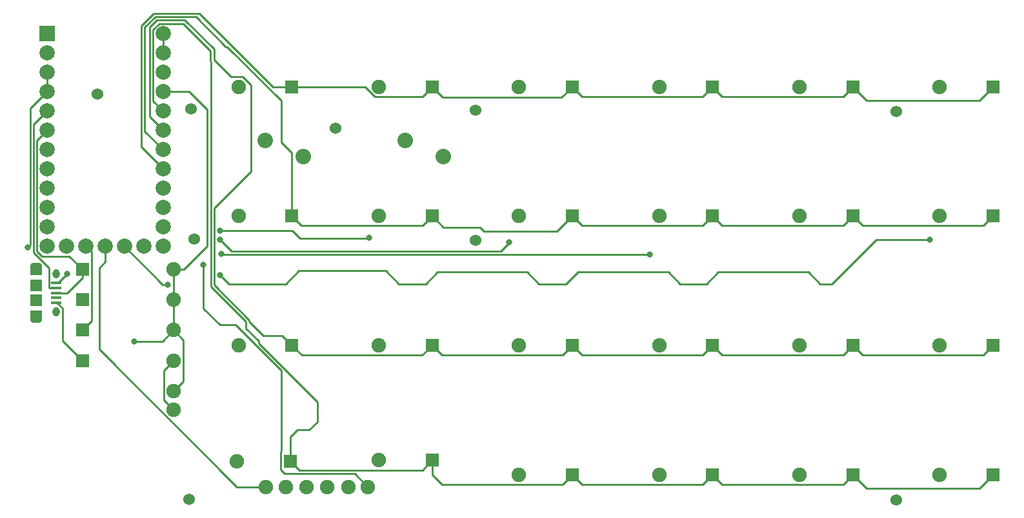
<source format=gbr>
%TF.GenerationSoftware,KiCad,Pcbnew,(6.0.4)*%
%TF.CreationDate,2024-05-03T20:26:16-07:00*%
%TF.ProjectId,right_ortholinear,72696768-745f-46f7-9274-686f6c696e65,v1.0.0*%
%TF.SameCoordinates,Original*%
%TF.FileFunction,Copper,L1,Top*%
%TF.FilePolarity,Positive*%
%FSLAX46Y46*%
G04 Gerber Fmt 4.6, Leading zero omitted, Abs format (unit mm)*
G04 Created by KiCad (PCBNEW (6.0.4)) date 2024-05-03 20:26:16*
%MOMM*%
%LPD*%
G01*
G04 APERTURE LIST*
%TA.AperFunction,ComponentPad*%
%ADD10C,1.524000*%
%TD*%
%TA.AperFunction,ComponentPad*%
%ADD11C,1.905000*%
%TD*%
%TA.AperFunction,ComponentPad*%
%ADD12R,1.778000X1.778000*%
%TD*%
%TA.AperFunction,ComponentPad*%
%ADD13C,2.032000*%
%TD*%
%TA.AperFunction,SMDPad,CuDef*%
%ADD14R,1.350000X0.400000*%
%TD*%
%TA.AperFunction,ComponentPad*%
%ADD15O,1.550000X0.890000*%
%TD*%
%TA.AperFunction,SMDPad,CuDef*%
%ADD16R,1.550000X1.500000*%
%TD*%
%TA.AperFunction,SMDPad,CuDef*%
%ADD17R,1.550000X1.200000*%
%TD*%
%TA.AperFunction,ComponentPad*%
%ADD18O,0.950000X1.250000*%
%TD*%
%TA.AperFunction,ComponentPad*%
%ADD19R,2.000000X2.000000*%
%TD*%
%TA.AperFunction,ComponentPad*%
%ADD20C,2.000000*%
%TD*%
%TA.AperFunction,ViaPad*%
%ADD21C,0.800000*%
%TD*%
%TA.AperFunction,Conductor*%
%ADD22C,0.250000*%
%TD*%
G04 APERTURE END LIST*
D10*
%TO.P,,1*%
%TO.N,N/C*%
X140300000Y-105900000D03*
%TD*%
D11*
%TO.P,D4,1*%
%TO.N,inner_nums*%
X146500000Y-103000000D03*
D12*
%TO.P,D4,2*%
%TO.N,F7*%
X153500000Y-103000000D03*
%TD*%
D11*
%TO.P,D19,1*%
%TO.N,pinky_top*%
X220100000Y-120000000D03*
D12*
%TO.P,D19,2*%
%TO.N,F6*%
X227100000Y-120000000D03*
%TD*%
D13*
%TO.P,S2,1*%
%TO.N,index_top*%
X173400000Y-112200000D03*
%TO.P,S2,2*%
%TO.N,B3*%
X168400000Y-110100000D03*
%TD*%
D11*
%TO.P,D11,1*%
%TO.N,middle_top*%
X183300000Y-120000000D03*
D12*
%TO.P,D11,2*%
%TO.N,F6*%
X190300000Y-120000000D03*
%TD*%
D11*
%TO.P,D25,1*%
%TO.N,VCC*%
X138000000Y-127000000D03*
D12*
%TO.P,D25,2*%
%TO.N,D0*%
X126000000Y-127000000D03*
%TD*%
D11*
%TO.P,,1*%
%TO.N,B3*%
X155400000Y-155600000D03*
%TD*%
%TO.P,D27,1*%
%TO.N,VCC*%
X138000000Y-135000000D03*
D12*
%TO.P,D27,2*%
%TO.N,D5*%
X126000000Y-135000000D03*
%TD*%
D11*
%TO.P,D9,1*%
%TO.N,middle_bottom*%
X183300000Y-154000000D03*
D12*
%TO.P,D9,2*%
%TO.N,F4*%
X190300000Y-154000000D03*
%TD*%
D11*
%TO.P,D23,1*%
%TO.N,outer_top*%
X238500000Y-120000000D03*
D12*
%TO.P,D23,2*%
%TO.N,F6*%
X245500000Y-120000000D03*
%TD*%
D10*
%TO.P,,1*%
%TO.N,N/C*%
X177600000Y-106100000D03*
%TD*%
%TO.P,,1*%
%TO.N,N/C*%
X140000000Y-157200000D03*
%TD*%
D11*
%TO.P,D13,1*%
%TO.N,ring_bottom*%
X201700000Y-154000000D03*
D12*
%TO.P,D13,2*%
%TO.N,F4*%
X208700000Y-154000000D03*
%TD*%
D10*
%TO.P,,1*%
%TO.N,N/C*%
X232800000Y-106300000D03*
%TD*%
D14*
%TO.P,,1*%
%TO.N,VCC*%
X122600000Y-128800000D03*
%TO.P,,2*%
%TO.N,D1*%
X122600000Y-129450000D03*
%TO.P,,3*%
%TO.N,D0*%
X122600000Y-130100000D03*
%TO.P,,4*%
%TO.N,N/C*%
X122600000Y-130750000D03*
%TO.P,,5*%
%TO.N,GND*%
X122600000Y-131400000D03*
D15*
%TO.P,,6*%
%TO.N,N/C*%
X119900000Y-133600000D03*
D16*
X119900000Y-129100000D03*
D17*
X119900000Y-127200000D03*
D18*
X122600000Y-127600000D03*
D17*
X119900000Y-133000000D03*
D15*
X119900000Y-126600000D03*
D18*
X122600000Y-132600000D03*
D16*
X119900000Y-131100000D03*
%TD*%
D11*
%TO.P,D18,1*%
%TO.N,pinky_home*%
X220100000Y-137000000D03*
D12*
%TO.P,D18,2*%
%TO.N,F5*%
X227100000Y-137000000D03*
%TD*%
D11*
%TO.P,D7,1*%
%TO.N,index_top*%
X164900000Y-120000000D03*
D12*
%TO.P,D7,2*%
%TO.N,F6*%
X171900000Y-120000000D03*
%TD*%
D11*
%TO.P,D8,1*%
%TO.N,index_nums*%
X164900000Y-103000000D03*
D12*
%TO.P,D8,2*%
%TO.N,F7*%
X171900000Y-103000000D03*
%TD*%
D11*
%TO.P,REF\u002A\u002A,1*%
%TO.N,VCC*%
X138000000Y-143000000D03*
%TD*%
%TO.P,D2,1*%
%TO.N,inner_home*%
X146500000Y-137000000D03*
D12*
%TO.P,D2,2*%
%TO.N,F5*%
X153500000Y-137000000D03*
%TD*%
D11*
%TO.P,D26,1*%
%TO.N,VCC*%
X138000000Y-131000000D03*
D12*
%TO.P,D26,2*%
%TO.N,D2*%
X126000000Y-131000000D03*
%TD*%
D19*
%TO.P,,1*%
%TO.N,D3*%
X121380000Y-96030000D03*
D20*
%TO.P,,2*%
%TO.N,D2*%
X121380000Y-98570000D03*
%TO.P,,3*%
%TO.N,GND*%
X121380000Y-101110000D03*
%TO.P,,4*%
X121380000Y-103650000D03*
%TO.P,,5*%
%TO.N,D1*%
X121380000Y-106190000D03*
%TO.P,,6*%
%TO.N,D0*%
X121380000Y-108730000D03*
%TO.P,,7*%
%TO.N,D4*%
X121380000Y-111270000D03*
%TO.P,,8*%
%TO.N,C6*%
X121380000Y-113810000D03*
%TO.P,,9*%
%TO.N,D7*%
X121380000Y-116350000D03*
%TO.P,,10*%
%TO.N,E6*%
X121380000Y-118890000D03*
%TO.P,,11*%
%TO.N,B4*%
X121380000Y-121430000D03*
%TO.P,,12*%
%TO.N,B5*%
X121380000Y-123970000D03*
%TO.P,,13*%
%TO.N,B6*%
X136620000Y-123970000D03*
%TO.P,,14*%
%TO.N,B2*%
X136620000Y-121430000D03*
%TO.P,,15*%
%TO.N,B3*%
X136620000Y-118890000D03*
%TO.P,,16*%
%TO.N,B1*%
X136620000Y-116350000D03*
%TO.P,,17*%
%TO.N,F7*%
X136620000Y-113810000D03*
%TO.P,,18*%
%TO.N,F6*%
X136620000Y-111270000D03*
%TO.P,,19*%
%TO.N,F5*%
X136620000Y-108730000D03*
%TO.P,,20*%
%TO.N,F4*%
X136620000Y-106190000D03*
%TO.P,,21*%
%TO.N,VCC*%
X136620000Y-103650000D03*
%TO.P,,22*%
%TO.N,RST*%
X136620000Y-101110000D03*
%TO.P,,23*%
%TO.N,GND*%
X136620000Y-98570000D03*
%TO.P,,24*%
X136620000Y-96030000D03*
%TO.P,,25*%
%TO.N,B7*%
X123920000Y-123970000D03*
%TO.P,,26*%
%TO.N,D5*%
X126460000Y-123970000D03*
%TO.P,,27*%
%TO.N,C7*%
X129000000Y-123970000D03*
%TO.P,,28*%
%TO.N,F1*%
X131540000Y-123970000D03*
%TO.P,,29*%
%TO.N,F0*%
X134080000Y-123970000D03*
%TD*%
D11*
%TO.P,,1*%
%TO.N,B1*%
X152700000Y-155600000D03*
%TD*%
D10*
%TO.P,,1*%
%TO.N,N/C*%
X140700000Y-123000000D03*
%TD*%
D11*
%TO.P,D6,1*%
%TO.N,index_home*%
X164900000Y-137000000D03*
D12*
%TO.P,D6,2*%
%TO.N,F5*%
X171900000Y-137000000D03*
%TD*%
D11*
%TO.P,,1*%
%TO.N,B2*%
X158100000Y-155600000D03*
%TD*%
%TO.P,D5,1*%
%TO.N,index_bottom*%
X164900000Y-152100000D03*
D12*
%TO.P,D5,2*%
%TO.N,F4*%
X171900000Y-152100000D03*
%TD*%
D11*
%TO.P,D1,1*%
%TO.N,inner_bottom*%
X146300000Y-152200000D03*
D12*
%TO.P,D1,2*%
%TO.N,F4*%
X153300000Y-152200000D03*
%TD*%
D11*
%TO.P,D21,1*%
%TO.N,outer_bottom*%
X238500000Y-154000000D03*
D12*
%TO.P,D21,2*%
%TO.N,F4*%
X245500000Y-154000000D03*
%TD*%
D10*
%TO.P,,1*%
%TO.N,N/C*%
X232800000Y-157300000D03*
%TD*%
D11*
%TO.P,D10,1*%
%TO.N,middle_home*%
X183300000Y-137000000D03*
D12*
%TO.P,D10,2*%
%TO.N,F5*%
X190300000Y-137000000D03*
%TD*%
D11*
%TO.P,D24,1*%
%TO.N,outer_nums*%
X238500000Y-103000000D03*
D12*
%TO.P,D24,2*%
%TO.N,F7*%
X245500000Y-103000000D03*
%TD*%
D11*
%TO.P,REF\u002A\u002A,1*%
%TO.N,trackpoint_reset*%
X138000000Y-145500000D03*
%TD*%
%TO.P,,1*%
%TO.N,B6*%
X160900000Y-155600000D03*
%TD*%
%TO.P,,1*%
%TO.N,C7*%
X150100000Y-155600000D03*
%TD*%
%TO.P,D16,1*%
%TO.N,ring_nums*%
X201700000Y-103000000D03*
D12*
%TO.P,D16,2*%
%TO.N,F7*%
X208700000Y-103000000D03*
%TD*%
D13*
%TO.P,S1,1*%
%TO.N,inner_top*%
X155000000Y-112200000D03*
%TO.P,S1,2*%
%TO.N,B1*%
X150000000Y-110100000D03*
%TD*%
D10*
%TO.P,,1*%
%TO.N,N/C*%
X177600000Y-123200000D03*
%TD*%
D11*
%TO.P,D12,1*%
%TO.N,middle_nums*%
X183300000Y-103000000D03*
D12*
%TO.P,D12,2*%
%TO.N,F7*%
X190300000Y-103000000D03*
%TD*%
D11*
%TO.P,D3,1*%
%TO.N,inner_top*%
X146500000Y-120000000D03*
D12*
%TO.P,D3,2*%
%TO.N,F6*%
X153500000Y-120000000D03*
%TD*%
D11*
%TO.P,D15,1*%
%TO.N,ring_top*%
X201700000Y-120000000D03*
D12*
%TO.P,D15,2*%
%TO.N,F6*%
X208700000Y-120000000D03*
%TD*%
D11*
%TO.P,D28,1*%
%TO.N,trackpoint_reset*%
X138000000Y-139000000D03*
D12*
%TO.P,D28,2*%
%TO.N,GND*%
X126000000Y-139000000D03*
%TD*%
D11*
%TO.P,D14,1*%
%TO.N,ring_home*%
X201700000Y-137000000D03*
D12*
%TO.P,D14,2*%
%TO.N,F5*%
X208700000Y-137000000D03*
%TD*%
D10*
%TO.P,,1*%
%TO.N,N/C*%
X159200000Y-108500000D03*
%TD*%
D11*
%TO.P,D22,1*%
%TO.N,outer_home*%
X238500000Y-137000000D03*
D12*
%TO.P,D22,2*%
%TO.N,F5*%
X245500000Y-137000000D03*
%TD*%
D11*
%TO.P,,1*%
%TO.N,F0*%
X163500000Y-155600000D03*
%TD*%
%TO.P,D17,1*%
%TO.N,pinky_bottom*%
X220100000Y-154000000D03*
D12*
%TO.P,D17,2*%
%TO.N,F4*%
X227100000Y-154000000D03*
%TD*%
D11*
%TO.P,D20,1*%
%TO.N,pinky_nums*%
X220100000Y-103000000D03*
D12*
%TO.P,D20,2*%
%TO.N,F7*%
X227100000Y-103000000D03*
%TD*%
D10*
%TO.P,,1*%
%TO.N,N/C*%
X128000000Y-104000000D03*
%TD*%
D21*
%TO.N,B3*%
X163622989Y-122877011D03*
X144100000Y-121900000D03*
%TO.N,B2*%
X182022989Y-123477011D03*
X144100000Y-123100000D03*
%TO.N,B6*%
X200422989Y-125077011D03*
X144200000Y-125000000D03*
%TO.N,F0*%
X141900000Y-126400000D03*
%TO.N,F1*%
X237200000Y-123100000D03*
X137200000Y-129000000D03*
X144100000Y-127800000D03*
%TO.N,GND*%
X118800000Y-124100000D03*
%TO.N,VCC*%
X124000000Y-127600000D03*
X132800000Y-136500000D03*
%TD*%
D22*
%TO.N,B3*%
X144100000Y-121900000D02*
X153533008Y-121900000D01*
X154533008Y-122900000D02*
X163600000Y-122900000D01*
X153533008Y-121900000D02*
X154533008Y-122900000D01*
%TO.N,B2*%
X145594521Y-124594521D02*
X180905479Y-124594521D01*
X180905479Y-124594521D02*
X182000000Y-123500000D01*
X144100000Y-123100000D02*
X145594521Y-124594521D01*
%TO.N,B6*%
X144244041Y-125044041D02*
X200344041Y-125044041D01*
X144200000Y-125000000D02*
X144244041Y-125044041D01*
X200344041Y-125044041D02*
X200400000Y-125100000D01*
%TO.N,F0*%
X146064282Y-134300000D02*
X144066992Y-134300000D01*
X141900000Y-132133008D02*
X141900000Y-126400000D01*
X144066992Y-134300000D02*
X141900000Y-132133008D01*
X152100000Y-140335718D02*
X146064282Y-134300000D01*
X163500000Y-155600000D02*
X161726531Y-153826531D01*
X152000000Y-150954323D02*
X152100000Y-150854323D01*
X152100000Y-150854323D02*
X152100000Y-140335718D01*
X161726531Y-153826531D02*
X152499509Y-153826531D01*
X152000000Y-153327022D02*
X152000000Y-150954323D01*
X152499509Y-153826531D02*
X152000000Y-153327022D01*
%TO.N,F1*%
X207874505Y-128924521D02*
X209423547Y-127375479D01*
X184375479Y-127375479D02*
X185924521Y-128924521D01*
X209423547Y-127375479D02*
X210000000Y-127375479D01*
X145224521Y-128924521D02*
X152674505Y-128924521D01*
X131540000Y-123970000D02*
X136570000Y-129000000D01*
X189474505Y-128924521D02*
X191023547Y-127375479D01*
X154399026Y-127200000D02*
X165800000Y-127200000D01*
X167524521Y-128924521D02*
X171074505Y-128924521D01*
X224376453Y-128924521D02*
X230200974Y-123100000D01*
X202874505Y-127375479D02*
X204423547Y-128924521D01*
X185924521Y-128924521D02*
X189474505Y-128924521D01*
X165800000Y-127200000D02*
X167524521Y-128924521D01*
X191800000Y-127375479D02*
X202874505Y-127375479D01*
X210000000Y-127375479D02*
X221274505Y-127375479D01*
X222823547Y-128924521D02*
X224376453Y-128924521D01*
X171074505Y-128924521D02*
X172623547Y-127375479D01*
X144100000Y-127800000D02*
X145224521Y-128924521D01*
X230200974Y-123100000D02*
X237200000Y-123100000D01*
X172623547Y-127375479D02*
X184375479Y-127375479D01*
X136570000Y-129000000D02*
X137200000Y-129000000D01*
X221274505Y-127375479D02*
X222823547Y-128924521D01*
X152674505Y-128924521D02*
X154399026Y-127200000D01*
X204423547Y-128924521D02*
X207874505Y-128924521D01*
X191023547Y-127375479D02*
X191800000Y-127375479D01*
%TO.N,F4*%
X142849520Y-99718246D02*
X142825059Y-99693784D01*
X245500000Y-154000000D02*
X243700000Y-155800000D01*
X142849520Y-129249520D02*
X142849520Y-99718246D01*
X135295489Y-104865489D02*
X136620000Y-106190000D01*
X149134698Y-136734698D02*
X149134698Y-136434698D01*
X153300000Y-149048068D02*
X154223547Y-148124521D01*
X191577011Y-155277011D02*
X190300000Y-154000000D01*
X142825059Y-99693784D02*
X142825059Y-98260777D01*
X136071368Y-94705489D02*
X135295489Y-95481368D01*
X149134698Y-136434698D02*
X147454323Y-134754323D01*
X153300000Y-152200000D02*
X153300000Y-149048068D01*
X156874521Y-147026453D02*
X156874521Y-144474521D01*
X154223547Y-148124521D02*
X155776453Y-148124521D01*
X171900000Y-152100000D02*
X171900000Y-154000000D01*
X170622989Y-153377011D02*
X154477011Y-153377011D01*
X139269771Y-94705489D02*
X136071368Y-94705489D01*
X142825059Y-98260777D02*
X139269771Y-94705489D01*
X227100000Y-154000000D02*
X225822989Y-155277011D01*
X228900000Y-155800000D02*
X227100000Y-154000000D01*
X207422989Y-155277011D02*
X191577011Y-155277011D01*
X173177011Y-155277011D02*
X189022989Y-155277011D01*
X147454323Y-133854323D02*
X142849520Y-129249520D01*
X171900000Y-152100000D02*
X170622989Y-153377011D01*
X208700000Y-154000000D02*
X207422989Y-155277011D01*
X135295489Y-95481368D02*
X135295489Y-104865489D01*
X189022989Y-155277011D02*
X190300000Y-154000000D01*
X209977011Y-155277011D02*
X208700000Y-154000000D01*
X154477011Y-153377011D02*
X153300000Y-152200000D01*
X156874521Y-144474521D02*
X149134698Y-136734698D01*
X155776453Y-148124521D02*
X156874521Y-147026453D01*
X171900000Y-154000000D02*
X173177011Y-155277011D01*
X243700000Y-155800000D02*
X228900000Y-155800000D01*
X225822989Y-155277011D02*
X209977011Y-155277011D01*
X147454323Y-134754323D02*
X147454323Y-133854323D01*
%TO.N,F5*%
X244222989Y-138277011D02*
X245500000Y-137000000D01*
X154800000Y-138300000D02*
X170600000Y-138300000D01*
X209977011Y-138277011D02*
X225822989Y-138277011D01*
X145489981Y-101722989D02*
X143274579Y-99507587D01*
X189022989Y-138277011D02*
X190300000Y-137000000D01*
X152200000Y-135700000D02*
X149745677Y-135700000D01*
X134800000Y-106910000D02*
X136620000Y-108730000D01*
X228377011Y-138277011D02*
X244222989Y-138277011D01*
X227100000Y-137000000D02*
X228377011Y-138277011D01*
X148100000Y-102794033D02*
X147028956Y-101722989D01*
X143299040Y-129063322D02*
X143299040Y-118933968D01*
X134800000Y-95200000D02*
X134800000Y-106910000D01*
X170600000Y-138300000D02*
X171900000Y-137000000D01*
X171900000Y-137000000D02*
X173177011Y-138277011D01*
X147903843Y-133668125D02*
X143299040Y-129063322D01*
X207422989Y-138277011D02*
X208700000Y-137000000D01*
X153500000Y-137000000D02*
X154800000Y-138300000D01*
X147903843Y-133858166D02*
X147903843Y-133668125D01*
X147028956Y-101722989D02*
X145489981Y-101722989D01*
X190300000Y-137000000D02*
X191577011Y-138277011D01*
X225822989Y-138277011D02*
X227100000Y-137000000D01*
X143274579Y-99507587D02*
X143274579Y-98074579D01*
X208700000Y-137000000D02*
X209977011Y-138277011D01*
X149745677Y-135700000D02*
X147903843Y-133858166D01*
X148100000Y-114133008D02*
X148100000Y-102794033D01*
X143299040Y-118933968D02*
X148100000Y-114133008D01*
X139450480Y-94250480D02*
X135749520Y-94250480D01*
X143274579Y-98074579D02*
X139450480Y-94250480D01*
X173177011Y-138277011D02*
X189022989Y-138277011D01*
X135749520Y-94250480D02*
X134800000Y-95200000D01*
X153500000Y-137000000D02*
X152200000Y-135700000D01*
X191577011Y-138277011D02*
X207422989Y-138277011D01*
%TO.N,F6*%
X135563323Y-93800960D02*
X134200000Y-95164283D01*
X170622989Y-121277011D02*
X154777011Y-121277011D01*
X144874579Y-97774579D02*
X140900960Y-93800960D01*
X244222989Y-121277011D02*
X228377011Y-121277011D01*
X145007587Y-97774579D02*
X144874579Y-97774579D01*
X208700000Y-120000000D02*
X207422989Y-121277011D01*
X152089021Y-110293251D02*
X152089021Y-104856013D01*
X191577011Y-121277011D02*
X190300000Y-120000000D01*
X188300000Y-122000000D02*
X178700000Y-122000000D01*
X225822989Y-121277011D02*
X209977011Y-121277011D01*
X178700000Y-122000000D02*
X178200000Y-121500000D01*
X209977011Y-121277011D02*
X208700000Y-120000000D01*
X171900000Y-120000000D02*
X170622989Y-121277011D01*
X140900960Y-93800960D02*
X135563323Y-93800960D01*
X134200000Y-95164283D02*
X134200000Y-108850000D01*
X207422989Y-121277011D02*
X191577011Y-121277011D01*
X152089021Y-104856013D02*
X145007587Y-97774579D01*
X154777011Y-121277011D02*
X153500000Y-120000000D01*
X190300000Y-120000000D02*
X188300000Y-122000000D01*
X178200000Y-121500000D02*
X173400000Y-121500000D01*
X173400000Y-121500000D02*
X171900000Y-120000000D01*
X228377011Y-121277011D02*
X227100000Y-120000000D01*
X134200000Y-108850000D02*
X136620000Y-111270000D01*
X245500000Y-120000000D02*
X244222989Y-121277011D01*
X153500000Y-111704230D02*
X152089021Y-110293251D01*
X227100000Y-120000000D02*
X225822989Y-121277011D01*
X153500000Y-120000000D02*
X153500000Y-111704230D01*
%TO.N,F7*%
X207422989Y-104277011D02*
X208700000Y-103000000D01*
X153500000Y-103000000D02*
X151045677Y-103000000D01*
X190300000Y-103000000D02*
X191577011Y-104277011D01*
X141397117Y-93351440D02*
X135377126Y-93351440D01*
X133750480Y-94978086D02*
X133750480Y-110940480D01*
X228900000Y-104800000D02*
X243700000Y-104800000D01*
X163094033Y-103000000D02*
X164371044Y-104277011D01*
X171900000Y-103000000D02*
X173300000Y-104400000D01*
X133750480Y-110940480D02*
X136620000Y-113810000D01*
X227100000Y-103000000D02*
X228900000Y-104800000D01*
X243700000Y-104800000D02*
X245500000Y-103000000D01*
X153500000Y-103000000D02*
X163094033Y-103000000D01*
X151045677Y-103000000D02*
X141397117Y-93351440D01*
X173300000Y-104400000D02*
X188900000Y-104400000D01*
X208700000Y-103000000D02*
X209977011Y-104277011D01*
X209977011Y-104277011D02*
X225822989Y-104277011D01*
X164371044Y-104277011D02*
X170622989Y-104277011D01*
X135377126Y-93351440D02*
X133750480Y-94978086D01*
X225822989Y-104277011D02*
X227100000Y-103000000D01*
X191577011Y-104277011D02*
X207422989Y-104277011D01*
X170622989Y-104277011D02*
X171900000Y-103000000D01*
X188900000Y-104400000D02*
X190300000Y-103000000D01*
%TO.N,GND*%
X121380000Y-101110000D02*
X121380000Y-103650000D01*
X119156449Y-123743551D02*
X118800000Y-124100000D01*
X119156449Y-105873551D02*
X119156449Y-123743551D01*
X121380000Y-103650000D02*
X119156449Y-105873551D01*
X123399520Y-136399520D02*
X123399520Y-132118828D01*
X123399520Y-132118828D02*
X122680692Y-131400000D01*
X136620000Y-96030000D02*
X136620000Y-98570000D01*
X122680692Y-131400000D02*
X122600000Y-131400000D01*
X126000000Y-139000000D02*
X123399520Y-136399520D01*
%TO.N,VCC*%
X139277011Y-141722989D02*
X138000000Y-143000000D01*
X140022152Y-103650000D02*
X136620000Y-103650000D01*
X138000000Y-127000000D02*
X138000000Y-131000000D01*
X138000000Y-135000000D02*
X136500000Y-136500000D01*
X138000000Y-131000000D02*
X138000000Y-135000000D01*
X138000000Y-127000000D02*
X139347038Y-127000000D01*
X122800000Y-128800000D02*
X122600000Y-128800000D01*
X138000000Y-135000000D02*
X139277011Y-136277011D01*
X142400000Y-123947038D02*
X142400000Y-106027848D01*
X124000000Y-127600000D02*
X122800000Y-128800000D01*
X139347038Y-127000000D02*
X142400000Y-123947038D01*
X139277011Y-136277011D02*
X139277011Y-141722989D01*
X142400000Y-106027848D02*
X140022152Y-103650000D01*
X136500000Y-136500000D02*
X132800000Y-136500000D01*
%TO.N,D1*%
X122600000Y-129450000D02*
X121675000Y-129450000D01*
X121600000Y-129375000D02*
X121600000Y-126835717D01*
X121600000Y-126835717D02*
X119605969Y-124841686D01*
X121675000Y-129450000D02*
X121600000Y-129375000D01*
X119605969Y-124841686D02*
X119605969Y-107964031D01*
X119605969Y-107964031D02*
X121380000Y-106190000D01*
%TO.N,D0*%
X120055489Y-110054511D02*
X121380000Y-108730000D01*
X126000000Y-128139000D02*
X124039000Y-130100000D01*
X120055489Y-124655489D02*
X120055489Y-110054511D01*
X126000000Y-127000000D02*
X124294511Y-125294511D01*
X126000000Y-127000000D02*
X126000000Y-128139000D01*
X124039000Y-130100000D02*
X122600000Y-130100000D01*
X124294511Y-125294511D02*
X120694511Y-125294511D01*
X120694511Y-125294511D02*
X120055489Y-124655489D01*
%TO.N,D5*%
X126000000Y-135000000D02*
X127213511Y-133786489D01*
X127213511Y-133786489D02*
X127213511Y-124723511D01*
X127213511Y-124723511D02*
X126460000Y-123970000D01*
%TO.N,C7*%
X129000000Y-126000000D02*
X129000000Y-123970000D01*
X128200000Y-126800000D02*
X129000000Y-126000000D01*
X128200000Y-126800000D02*
X128200000Y-137505967D01*
X146294033Y-155600000D02*
X150100000Y-155600000D01*
X128200000Y-137505967D02*
X146294033Y-155600000D01*
%TO.N,trackpoint_reset*%
X136722989Y-144222989D02*
X138000000Y-145500000D01*
X138000000Y-139000000D02*
X136722989Y-140277011D01*
X136722989Y-140277011D02*
X136722989Y-144222989D01*
%TD*%
M02*

</source>
